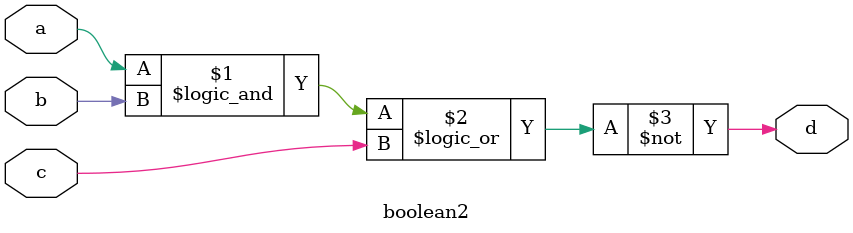
<source format=v>
`timescale 1ns / 1ps

module boolean2(
    input a,
    input b,
    input c,
    output d
    );
assign d = ~((a&&b)||c);
endmodule

</source>
